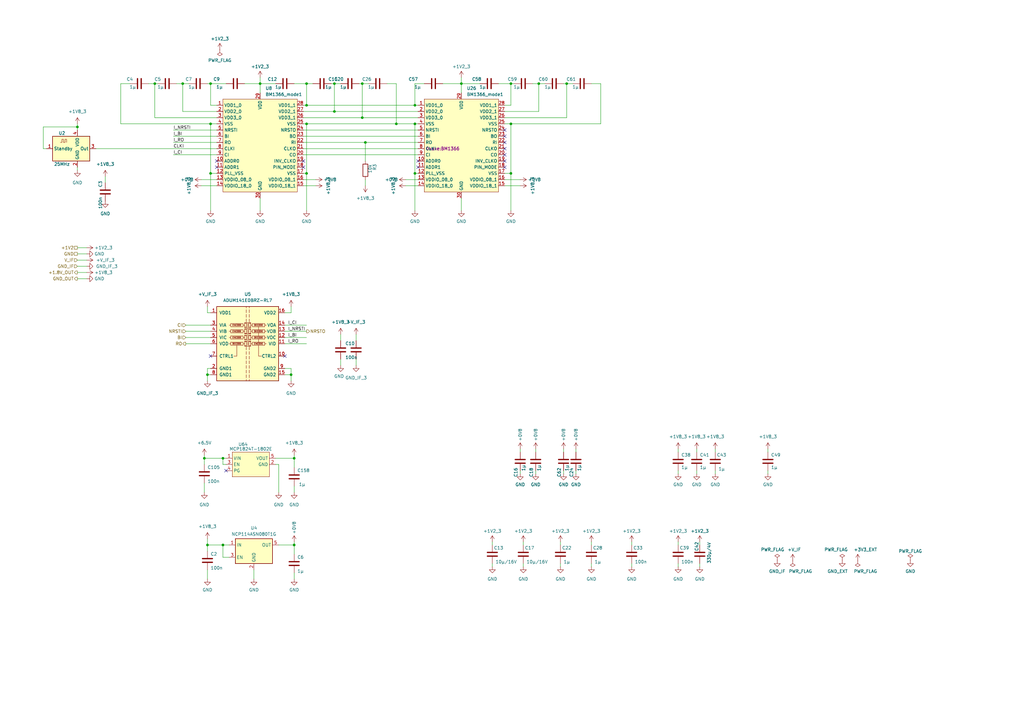
<source format=kicad_sch>
(kicad_sch (version 20231120) (generator "eeschema") (generator_version "8.0")
  (paper "A3")
  (lib_symbols
    (symbol "Device:C" (pin_numbers hide) (pin_names (offset 0.254))
      (property "Reference" "C" (at 0.635 2.54 0))
      (property "Value" "C" (at 0.635 -2.54 0))
      (symbol "C_1_1"
        (pin passive line (at 0 3.81 270) (length 2.794) (name "~") (number "1"))
        (pin passive line (at 0 -3.81 90) (length 2.794) (name "~") (number "2"))
      )
    )
    (symbol "Device:R" (pin_numbers hide) (pin_names (offset 0))
      (property "Reference" "R" (at 2.032 0 90))
      (property "Value" "R" (at 0 0 90))
      (symbol "R_1_1"
        (pin passive line (at 0 3.81 270) (length 1.27) (name "~") (number "1"))
        (pin passive line (at 0 -3.81 90) (length 1.27) (name "~") (number "2"))
      )
    )
    (symbol "GND_1" (power) (pin_names (offset 0))
      (property "Value" "GND_1" (at 0 -3.81 0))
      (symbol "GND_1_1_1"
        (pin power_in line (at 0 0 270) (length 0) hide (name "GND") (number "1"))
      )
    )
    (symbol "GND_2" (power) (pin_names (offset 0))
      (property "Value" "GND_2" (at 0 -3.81 0))
      (symbol "GND_2_1_1"
        (pin power_in line (at 0 0 270) (length 0) hide (name "GND") (number "1"))
      )
    )
    (symbol "GND_3" (power) (pin_names (offset 0))
      (property "Value" "GND_3" (at 0 -3.81 0))
      (symbol "GND_3_1_1"
        (pin power_in line (at 0 0 270) (length 0) hide (name "GND") (number "1"))
      )
    )
    (symbol "GND_5" (power) (pin_names (offset 0))
      (property "Value" "GND_5" (at 0 -3.81 0))
      (symbol "GND_5_1_1"
        (pin power_in line (at 0 0 270) (length 0) hide (name "GND") (number "1"))
      )
    )
    (symbol "GND_7" (power) (pin_names (offset 0))
      (property "Value" "GND_7" (at 0 -3.81 0))
      (symbol "GND_7_1_1"
        (pin power_in line (at 0 0 270) (length 0) hide (name "GND") (number "1"))
      )
    )
    (symbol "GND_8" (power) (pin_names (offset 0))
      (property "Value" "GND_8" (at 0 -3.81 0))
      (symbol "GND_8_1_1"
        (pin power_in line (at 0 0 270) (length 0) hide (name "GND") (number "1"))
      )
    )
    (symbol "Isolator:ADuM1411" (pin_names (offset 1.016))
      (property "Reference" "U" (at 0 19.05 0))
      (property "Value" "ADuM1411" (at 0 16.51 0))
      (symbol "ADuM1411_0_0"
        (text "DECODE" (at -4.445 0 0) (effects (font (size 0.635 0.635))))
        (text "DECODE" (at 4.445 2.54 0) (effects (font (size 0.635 0.635))))
        (text "DECODE" (at 4.445 5.08 0) (effects (font (size 0.635 0.635))))
        (text "DECODE" (at 4.445 7.62 0) (effects (font (size 0.635 0.635))))
        (text "ENCODE" (at -4.445 2.54 0) (effects (font (size 0.635 0.635))))
        (text "ENCODE" (at -4.445 5.08 0) (effects (font (size 0.635 0.635))))
        (text "ENCODE" (at -4.445 7.62 0) (effects (font (size 0.635 0.635))))
        (text "ENCODE" (at 4.445 0 0) (effects (font (size 0.635 0.635))))
      )
      (symbol "ADuM1411_1_1"
        (pin power_in line (at -15.24 12.7 0) (length 2.54) (name "VDD1") (number "1"))
        (pin input line (at 15.24 -5.08 180) (length 2.54) (name "CTRL2") (number "10"))
        (pin input line (at 15.24 0 180) (length 2.54) (name "VID") (number "11"))
        (pin output line (at 15.24 2.54 180) (length 2.54) (name "VOC") (number "12"))
        (pin output line (at 15.24 5.08 180) (length 2.54) (name "VOB") (number "13"))
        (pin output line (at 15.24 7.62 180) (length 2.54) (name "VOA") (number "14"))
        (pin power_in line (at 15.24 -12.7 180) (length 2.54) (name "GND2") (number "15"))
        (pin power_in line (at 15.24 12.7 180) (length 2.54) (name "VDD2") (number "16"))
        (pin power_in line (at -15.24 -10.16 0) (length 2.54) (name "GND1") (number "2"))
        (pin input line (at -15.24 7.62 0) (length 2.54) (name "VIA") (number "3"))
        (pin input line (at -15.24 5.08 0) (length 2.54) (name "VIB") (number "4"))
        (pin input line (at -15.24 2.54 0) (length 2.54) (name "VIC") (number "5"))
        (pin output line (at -15.24 0 0) (length 2.54) (name "VOD") (number "6"))
        (pin input line (at -15.24 -5.08 0) (length 2.54) (name "CTRL1") (number "7"))
        (pin power_in line (at -15.24 -12.7 0) (length 2.54) (name "GND1") (number "8"))
        (pin power_in line (at 15.24 -10.16 180) (length 2.54) (name "GND2") (number "9"))
      )
    )
    (symbol "Oscillator:ASDMB-xxxMHz"
      (property "Reference" "U" (at -6.35 6.35 0))
      (property "Value" "ASDMB-xxxMHz" (at 11.43 6.35 0))
      (symbol "ASDMB-xxxMHz_1_1"
        (pin input line (at -10.16 0 0) (length 2.54) (name "Standby") (number "1"))
        (pin power_in line (at 2.54 -7.62 90) (length 2.54) (name "GND") (number "2"))
        (pin output line (at 10.16 0 180) (length 2.54) (name "Out") (number "3"))
        (pin power_in line (at 2.54 7.62 270) (length 2.54) (name "VDD") (number "4"))
      )
    )
    (symbol "bitaxe:MCP1824"
      (property "Reference" "U7" (at -3.175 6.985 0))
      (property "Value" "MCP1824T-1802E" (at 0 5.08 0))
      (symbol "MCP1824_1_0"
        (pin power_in line (at -10.16 1.27 0) (length 2.54) (name "VIN") (number "1"))
        (pin power_in line (at 10.16 -1.27 180) (length 2.54) (name "GND") (number "2"))
        (pin input line (at -10.16 -1.27 0) (length 2.54) (name "EN") (number "3"))
        (pin bidirectional line (at -10.16 -3.81 0) (length 2.54) (name "PG") (number "4"))
        (pin power_out line (at 10.16 1.27 180) (length 2.54) (name "VOUT") (number "5"))
      )
    )
    (symbol "mylib7:+0V8_3" (in_bom no) (on_board no)
      (property "Value" "+0V8" (at 0 3.175 90))
      (symbol "+0V8_3_1_1"
        (pin power_in line (at 0 0 90) (length 0) hide (name "+0V8_3") (number "1"))
      )
    )
    (symbol "mylib7:+1V2_3" (power) (pin_names (offset 0))
      (property "Value" "+1V2_3" (at 0 4.445 0))
      (symbol "+1V2_3_1_1"
        (pin power_in line (at 0 0 90) (length 0) hide (name "+1V2_3") (number "1"))
      )
    )
    (symbol "mylib7:+1V8_3" (power) (pin_names (offset 0))
      (property "Value" "+1V8_3" (at 0 5.08 0))
      (symbol "+1V8_3_1_1"
        (pin power_in line (at 0 0 90) (length 0) hide (name "+1V8_3") (number "1"))
      )
    )
    (symbol "mylib7:+3V3_EXT" (power) (pin_names (offset 0))
      (property "Value" "+3V3_EXT" (at 0 4.445 0))
      (symbol "+3V3_EXT_1_1"
        (pin power_in line (at 0 0 90) (length 0) hide (name "+3V3_EXT") (number "1"))
      )
    )
    (symbol "mylib7:+6.5V" (power) (pin_names (offset 0))
      (property "Value" "+6.5V" (at 0 4.445 0))
      (symbol "+6.5V_1_1"
        (pin power_in line (at 0 0 90) (length 0) hide (name "+5V") (number "1"))
      )
    )
    (symbol "mylib7:+V_IF" (power) (pin_names (offset 0))
      (property "Value" "+V_IF" (at 0 5.08 0))
      (symbol "+V_IF_1_1"
        (pin power_in line (at 0 0 90) (length 0) hide (name "+V_IF") (number "1"))
      )
    )
    (symbol "mylib7:+V_IF_3" (power) (pin_names (offset 0))
      (property "Value" "+V_IF_3" (at 0 5.08 0))
      (symbol "+V_IF_3_1_1"
        (pin power_in line (at 0 0 90) (length 0) hide (name "+V_IF_2") (number "1"))
      )
    )
    (symbol "mylib7:BM1366_mode1"
      (property "Reference" "U8" (at 1.9559 24.13 0))
      (property "Value" "BM1366_mode1" (at 1.9559 21.59 0))
      (symbol "BM1366_mode1_1_1"
        (pin input line (at -17.78 17.78 0) (length 2.54) (name "VDD1_0") (number "1"))
        (pin input line (at -17.78 -5.08 0) (length 2.54) (name "ADDR0") (number "10"))
        (pin input line (at -17.78 -7.62 0) (length 2.54) (name "ADDR1") (number "11"))
        (pin power_in line (at -17.78 -10.16 0) (length 2.54) (name "PLL_VSS") (number "12"))
        (pin power_in line (at -17.78 -12.7 0) (length 2.54) (name "VDDIO_08_0") (number "13"))
        (pin power_in line (at -17.78 -15.24 0) (length 2.54) (name "VDDIO_18_0") (number "14"))
        (pin power_in line (at 17.78 -15.24 180) (length 2.54) (name "VDDIO_18_1") (number "15"))
        (pin power_in line (at 17.78 -12.7 180) (length 2.54) (name "VDDIO_08_1") (number "16"))
        (pin power_in line (at 17.78 -10.16 180) (length 2.54) (name "VSS") (number "17"))
        (pin input line (at 17.78 -7.62 180) (length 2.54) (name "PIN_MODE") (number "18"))
        (pin input line (at 17.78 -5.08 180) (length 2.54) (name "INV_CLKO") (number "19"))
        (pin input line (at -17.78 15.24 0) (length 2.54) (name "VDD2_0") (number "2"))
        (pin output line (at 17.78 -2.54 180) (length 2.54) (name "CO") (number "20"))
        (pin output line (at 17.78 0 180) (length 2.54) (name "CLKO") (number "21"))
        (pin input line (at 17.78 2.54 180) (length 2.54) (name "RI") (number "22"))
        (pin output line (at 17.78 5.08 180) (length 2.54) (name "BO") (number "23"))
        (pin output line (at 17.78 7.62 180) (length 2.54) (name "NRSTO") (number "24"))
        (pin input line (at 17.78 10.16 180) (length 2.54) (name "VSS") (number "25"))
        (pin input line (at 17.78 12.7 180) (length 2.54) (name "VDD3_1") (number "26"))
        (pin input line (at 17.78 15.24 180) (length 2.54) (name "VDD2_1") (number "27"))
        (pin input line (at 17.78 17.78 180) (length 2.54) (name "VDD1_1") (number "28"))
        (pin power_in line (at 0 22.86 270) (length 2.54) (name "VDD") (number "29"))
        (pin input line (at -17.78 12.7 0) (length 2.54) (name "VDD3_0") (number "3"))
        (pin power_in line (at 0 -20.32 90) (length 2.54) (name "GND") (number "30"))
        (pin input line (at -17.78 10.16 0) (length 2.54) (name "VSS") (number "4"))
        (pin input line (at -17.78 7.62 0) (length 2.54) (name "NRSTI") (number "5"))
        (pin input line (at -17.78 5.08 0) (length 2.54) (name "BI") (number "6"))
        (pin output line (at -17.78 2.54 0) (length 2.54) (name "RO") (number "7"))
        (pin input line (at -17.78 0 0) (length 2.54) (name "CLKI") (number "8"))
        (pin input line (at -17.78 -2.54 0) (length 2.54) (name "CI") (number "9"))
      )
    )
    (symbol "mylib7:GND_EXT" (power) (pin_names (offset 0))
      (property "Value" "GND_EXT" (at 0 -5.08 0))
      (symbol "GND_EXT_1_1"
        (pin power_in line (at 0 0 270) (length 0) hide (name "GND_EXT") (number "1"))
      )
    )
    (symbol "mylib7:GND_IF" (power) (pin_names (offset 0))
      (property "Value" "GND_IF" (at 0 -5.08 0))
      (symbol "GND_IF_1_1"
        (pin power_in line (at 0 0 270) (length 0) hide (name "GND_IF") (number "1"))
      )
    )
    (symbol "mylib7:GND_IF_3" (power) (pin_names (offset 0))
      (property "Value" "GND_IF_3" (at 0 -5.08 0))
      (symbol "GND_IF_3_1_1"
        (pin power_in line (at 0 0 270) (length 0) hide (name "GND_IF_2") (number "1"))
      )
    )
    (symbol "mylib7:NCP114-SN"
      (property "Reference" "U4" (at 0 9.525 0))
      (property "Value" "NCP115-SN" (at 0 6.985 0))
      (symbol "NCP114-SN_1_1"
        (pin power_in line (at -10.16 2.54 0) (length 2.54) (name "IN") (number "1"))
        (pin power_in line (at 0 -7.62 90) (length 2.54) (name "GND") (number "2"))
        (pin input line (at -10.16 -2.54 0) (length 2.54) (name "EN") (number "3"))
        (pin power_out line (at 10.16 2.54 180) (length 2.54) (name "OUT") (number "5"))
      )
    )
    (symbol "power:GND" (power) (pin_names (offset 0))
      (property "Value" "GND" (at 0 -3.81 0))
      (symbol "GND_1_1"
        (pin power_in line (at 0 0 270) (length 0) hide (name "GND") (number "1"))
      )
    )
    (symbol "power:PWR_FLAG" (power) (pin_numbers hide) (pin_names (offset 0) hide)
      (property "Value" "PWR_FLAG" (at 0 3.81 0))
      (symbol "PWR_FLAG_0_0"
        (pin power_out line (at 0 0 90) (length 0) (name "pwr") (number "1"))
      )
    )
  )
  (junction (at 86.36 34.29))
  (junction (at 170.18 50.8))
  (junction (at 85.09 223.52) (diameter 0.9144))
  (junction (at 170.18 71.12))
  (junction (at 86.36 71.12))
  (junction (at 85.09 153.67))
  (junction (at 120.65 223.52) (diameter 0.9144))
  (junction (at 209.55 50.8))
  (junction (at 120.65 187.96))
  (junction (at 125.73 50.8))
  (junction (at 86.36 50.8))
  (junction (at 74.93 34.29))
  (junction (at 148.59 34.29))
  (junction (at 63.5 34.29))
  (junction (at 149.86 58.42))
  (junction (at 137.16 34.29))
  (junction (at 125.73 43.18))
  (junction (at 91.44 223.52))
  (junction (at 148.59 48.26))
  (junction (at 189.23 34.29))
  (junction (at 137.16 45.72))
  (junction (at 91.44 187.96))
  (junction (at 106.68 34.29))
  (junction (at 119.38 153.67))
  (junction (at 209.55 34.29))
  (junction (at 162.56 50.8))
  (junction (at 83.82 187.96) (diameter 0.9144))
  (junction (at 220.98 34.29))
  (junction (at 232.41 34.29))
  (junction (at 125.73 71.12))
  (junction (at 209.55 71.12))
  (junction (at 31.75 52.07))
  (junction (at 170.18 43.18))
  (junction (at 125.73 34.29))
  (no_connect (at 86.36 146.05))
  (no_connect (at 207.01 68.58))
  (no_connect (at 207.01 63.5))
  (no_connect (at 92.71 193.04))
  (no_connect (at 116.84 146.05))
  (no_connect (at 88.9 68.58))
  (no_connect (at 207.01 60.96))
  (no_connect (at 207.01 58.42))
  (no_connect (at 207.01 55.88))
  (no_connect (at 207.01 66.04))
  (no_connect (at 171.45 66.04))
  (no_connect (at 124.46 66.04))
  (no_connect (at 171.45 68.58))
  (no_connect (at 124.46 68.58))
  (no_connect (at 207.01 53.34))
  (no_connect (at 88.9 66.04))
  (wire (pts (xy 213.36 184.15) (xy 213.36 185.42)))
  (wire (pts (xy 93.98 228.6) (xy 91.44 228.6)))
  (wire (pts (xy 74.93 45.72) (xy 88.9 45.72)))
  (wire (pts (xy 86.36 135.89) (xy 76.2 135.89)))
  (wire (pts (xy 236.22 193.04) (xy 236.22 194.31)))
  (wire (pts (xy 170.18 34.29) (xy 173.99 34.29)))
  (wire (pts (xy 86.36 50.8) (xy 86.36 71.12)))
  (wire (pts (xy 71.12 63.5) (xy 88.9 63.5)))
  (wire (pts (xy 189.23 34.29) (xy 189.23 38.1)))
  (wire (pts (xy 229.87 222.25) (xy 229.87 223.52)))
  (wire (pts (xy 209.55 50.8) (xy 209.55 71.12)))
  (wire (pts (xy 49.53 50.8) (xy 49.53 34.29)))
  (wire (pts (xy 91.44 190.5) (xy 92.71 190.5)))
  (wire (pts (xy 146.05 147.32) (xy 146.05 149.86)))
  (wire (pts (xy 220.98 45.72) (xy 220.98 34.29)))
  (wire (pts (xy 287.02 231.14) (xy 287.02 232.41)))
  (wire (pts (xy 125.73 50.8) (xy 125.73 71.12)))
  (wire (pts (xy 85.09 34.29) (xy 86.36 34.29)))
  (wire (pts (xy 214.63 222.25) (xy 214.63 223.52)))
  (wire (pts (xy 166.37 73.66) (xy 171.45 73.66)))
  (wire (pts (xy 293.37 193.04) (xy 293.37 194.31)))
  (wire (pts (xy 207.01 71.12) (xy 209.55 71.12)))
  (wire (pts (xy 149.86 73.66) (xy 149.86 76.2)))
  (wire (pts (xy 231.14 193.04) (xy 231.14 194.31)))
  (wire (pts (xy 231.14 34.29) (xy 232.41 34.29)))
  (wire (pts (xy 76.2 138.43) (xy 86.36 138.43)))
  (wire (pts (xy 242.57 231.14) (xy 242.57 232.41)))
  (wire (pts (xy 85.09 233.68) (xy 85.09 237.49)))
  (wire (pts (xy 124.46 76.2) (xy 129.54 76.2)))
  (wire (pts (xy 86.36 43.18) (xy 88.9 43.18)))
  (wire (pts (xy 201.93 222.25) (xy 201.93 223.52)))
  (wire (pts (xy 189.23 34.29) (xy 196.85 34.29)))
  (wire (pts (xy 219.71 193.04) (xy 219.71 194.31)))
  (wire (pts (xy 74.93 45.72) (xy 74.93 34.29)))
  (wire (pts (xy 31.75 52.07) (xy 31.75 53.34)))
  (wire (pts (xy 106.68 81.28) (xy 106.68 86.36)))
  (wire (pts (xy 125.73 133.35) (xy 116.84 133.35)))
  (wire (pts (xy 86.36 50.8) (xy 49.53 50.8)))
  (wire (pts (xy 63.5 48.26) (xy 88.9 48.26)))
  (wire (pts (xy 285.75 193.04) (xy 285.75 194.31)))
  (wire (pts (xy 125.73 71.12) (xy 125.73 86.36)))
  (wire (pts (xy 85.09 151.13) (xy 85.09 153.67)))
  (wire (pts (xy 124.46 48.26) (xy 148.59 48.26)))
  (wire (pts (xy 91.44 223.52) (xy 91.44 228.6)))
  (wire (pts (xy 116.84 138.43) (xy 125.73 138.43)))
  (wire (pts (xy 74.93 34.29) (xy 77.47 34.29)))
  (wire (pts (xy 232.41 34.29) (xy 234.95 34.29)))
  (wire (pts (xy 149.86 58.42) (xy 171.45 58.42)))
  (wire (pts (xy 148.59 48.26) (xy 171.45 48.26)))
  (wire (pts (xy 148.59 34.29) (xy 151.13 34.29)))
  (wire (pts (xy 86.36 133.35) (xy 76.2 133.35)))
  (wire (pts (xy 120.65 223.52) (xy 120.65 227.33)))
  (wire (pts (xy 91.44 223.52) (xy 93.98 223.52)))
  (wire (pts (xy 293.37 184.15) (xy 293.37 185.42)))
  (wire (pts (xy 86.36 34.29) (xy 92.71 34.29)))
  (wire (pts (xy 116.84 151.13) (xy 119.38 151.13)))
  (wire (pts (xy 31.75 50.8) (xy 31.75 52.07)))
  (wire (pts (xy 85.09 128.27) (xy 85.09 125.73)))
  (wire (pts (xy 209.55 50.8) (xy 246.38 50.8)))
  (wire (pts (xy 72.39 34.29) (xy 74.93 34.29)))
  (wire (pts (xy 124.46 63.5) (xy 171.45 63.5)))
  (wire (pts (xy 209.55 34.29) (xy 210.82 34.29)))
  (wire (pts (xy 220.98 34.29) (xy 223.52 34.29)))
  (wire (pts (xy 278.13 193.04) (xy 278.13 194.31)))
  (wire (pts (xy 181.61 34.29) (xy 189.23 34.29)))
  (wire (pts (xy 104.14 233.68) (xy 104.14 237.49)))
  (wire (pts (xy 170.18 34.29) (xy 170.18 43.18)))
  (wire (pts (xy 207.01 50.8) (xy 209.55 50.8)))
  (wire (pts (xy 146.05 137.16) (xy 146.05 139.7)))
  (wire (pts (xy 86.36 151.13) (xy 85.09 151.13)))
  (wire (pts (xy 120.65 222.25) (xy 120.65 223.52)))
  (wire (pts (xy 259.08 231.14) (xy 259.08 232.41)))
  (wire (pts (xy 100.33 34.29) (xy 106.68 34.29)))
  (wire (pts (xy 189.23 31.75) (xy 189.23 34.29)))
  (wire (pts (xy 287.02 222.25) (xy 287.02 223.52)))
  (wire (pts (xy 125.73 50.8) (xy 162.56 50.8)))
  (wire (pts (xy 166.37 76.2) (xy 171.45 76.2)))
  (wire (pts (xy 31.75 101.6) (xy 35.56 101.6)))
  (wire (pts (xy 120.65 199.39) (xy 120.65 201.93)))
  (wire (pts (xy 207.01 43.18) (xy 209.55 43.18)))
  (wire (pts (xy 120.65 34.29) (xy 125.73 34.29)))
  (wire (pts (xy 116.84 128.27) (xy 119.38 128.27)))
  (wire (pts (xy 124.46 55.88) (xy 171.45 55.88)))
  (wire (pts (xy 71.12 58.42) (xy 88.9 58.42)))
  (wire (pts (xy 125.73 135.89) (xy 116.84 135.89)))
  (wire (pts (xy 207.01 73.66) (xy 213.36 73.66)))
  (wire (pts (xy 86.36 128.27) (xy 85.09 128.27)))
  (wire (pts (xy 124.46 43.18) (xy 125.73 43.18)))
  (wire (pts (xy 85.09 223.52) (xy 85.09 226.06)))
  (wire (pts (xy 91.44 190.5) (xy 91.44 187.96)))
  (wire (pts (xy 204.47 34.29) (xy 209.55 34.29)))
  (wire (pts (xy 71.12 55.88) (xy 88.9 55.88)))
  (wire (pts (xy 285.75 185.42) (xy 285.75 184.15)))
  (wire (pts (xy 31.75 114.3) (xy 35.56 114.3)))
  (wire (pts (xy 114.3 190.5) (xy 114.3 201.93)))
  (wire (pts (xy 137.16 45.72) (xy 137.16 34.29)))
  (wire (pts (xy 124.46 50.8) (xy 125.73 50.8)))
  (wire (pts (xy 170.18 50.8) (xy 170.18 71.12)))
  (wire (pts (xy 207.01 76.2) (xy 213.36 76.2)))
  (wire (pts (xy 119.38 128.27) (xy 119.38 125.73)))
  (wire (pts (xy 88.9 50.8) (xy 86.36 50.8)))
  (wire (pts (xy 124.46 58.42) (xy 149.86 58.42)))
  (wire (pts (xy 125.73 43.18) (xy 170.18 43.18)))
  (wire (pts (xy 106.68 34.29) (xy 113.03 34.29)))
  (wire (pts (xy 170.18 43.18) (xy 171.45 43.18)))
  (wire (pts (xy 125.73 140.97) (xy 116.84 140.97)))
  (wire (pts (xy 149.86 58.42) (xy 149.86 66.04)))
  (wire (pts (xy 86.36 71.12) (xy 86.36 86.36)))
  (wire (pts (xy 119.38 151.13) (xy 119.38 153.67)))
  (wire (pts (xy 201.93 231.14) (xy 201.93 232.41)))
  (wire (pts (xy 231.14 184.15) (xy 231.14 185.42)))
  (wire (pts (xy 91.44 187.96) (xy 92.71 187.96)))
  (wire (pts (xy 124.46 73.66) (xy 129.54 73.66)))
  (wire (pts (xy 229.87 231.14) (xy 229.87 232.41)))
  (wire (pts (xy 82.55 76.2) (xy 88.9 76.2)))
  (wire (pts (xy 120.65 187.96) (xy 120.65 191.77)))
  (wire (pts (xy 85.09 220.98) (xy 85.09 223.52)))
  (wire (pts (xy 218.44 34.29) (xy 220.98 34.29)))
  (wire (pts (xy 242.57 222.25) (xy 242.57 223.52)))
  (wire (pts (xy 162.56 50.8) (xy 162.56 34.29)))
  (wire (pts (xy 314.96 185.42) (xy 314.96 184.15)))
  (wire (pts (xy 170.18 71.12) (xy 170.18 86.36)))
  (wire (pts (xy 171.45 50.8) (xy 170.18 50.8)))
  (wire (pts (xy 209.55 71.12) (xy 209.55 86.36)))
  (wire (pts (xy 124.46 60.96) (xy 171.45 60.96)))
  (wire (pts (xy 31.75 52.07) (xy 17.78 52.07)))
  (wire (pts (xy 49.53 34.29) (xy 53.34 34.29)))
  (wire (pts (xy 119.38 153.67) (xy 116.84 153.67)))
  (wire (pts (xy 85.09 223.52) (xy 91.44 223.52)))
  (wire (pts (xy 148.59 48.26) (xy 148.59 34.29)))
  (wire (pts (xy 139.7 137.16) (xy 139.7 139.7)))
  (wire (pts (xy 106.68 31.75) (xy 106.68 34.29)))
  (wire (pts (xy 236.22 184.15) (xy 236.22 185.42)))
  (wire (pts (xy 17.78 60.96) (xy 19.05 60.96)))
  (wire (pts (xy 86.36 71.12) (xy 88.9 71.12)))
  (wire (pts (xy 31.75 104.14) (xy 35.56 104.14)))
  (wire (pts (xy 246.38 50.8) (xy 246.38 34.29)))
  (wire (pts (xy 85.09 153.67) (xy 85.09 156.21)))
  (wire (pts (xy 147.32 34.29) (xy 148.59 34.29)))
  (wire (pts (xy 114.3 190.5) (xy 113.03 190.5)))
  (wire (pts (xy 63.5 48.26) (xy 63.5 34.29)))
  (wire (pts (xy 120.65 234.95) (xy 120.65 237.49)))
  (wire (pts (xy 219.71 184.15) (xy 219.71 185.42)))
  (wire (pts (xy 31.75 106.68) (xy 35.56 106.68)))
  (wire (pts (xy 232.41 48.26) (xy 232.41 34.29)))
  (wire (pts (xy 63.5 34.29) (xy 64.77 34.29)))
  (wire (pts (xy 120.65 186.69) (xy 120.65 187.96)))
  (wire (pts (xy 189.23 81.28) (xy 189.23 86.36)))
  (wire (pts (xy 82.55 73.66) (xy 88.9 73.66)))
  (wire (pts (xy 86.36 153.67) (xy 85.09 153.67)))
  (wire (pts (xy 259.08 222.25) (xy 259.08 223.52)))
  (wire (pts (xy 113.03 187.96) (xy 120.65 187.96)))
  (wire (pts (xy 86.36 34.29) (xy 86.36 43.18)))
  (wire (pts (xy 135.89 34.29) (xy 137.16 34.29)))
  (wire (pts (xy 207.01 48.26) (xy 232.41 48.26)))
  (wire (pts (xy 31.75 109.22) (xy 35.56 109.22)))
  (wire (pts (xy 125.73 34.29) (xy 128.27 34.29)))
  (wire (pts (xy 137.16 45.72) (xy 171.45 45.72)))
  (wire (pts (xy 83.82 198.12) (xy 83.82 201.93)))
  (wire (pts (xy 60.96 34.29) (xy 63.5 34.29)))
  (wire (pts (xy 314.96 193.04) (xy 314.96 194.31)))
  (wire (pts (xy 39.37 60.96) (xy 88.9 60.96)))
  (wire (pts (xy 124.46 53.34) (xy 171.45 53.34)))
  (wire (pts (xy 17.78 52.07) (xy 17.78 60.96)))
  (wire (pts (xy 170.18 71.12) (xy 171.45 71.12)))
  (wire (pts (xy 71.12 53.34) (xy 88.9 53.34)))
  (wire (pts (xy 31.75 68.58) (xy 31.75 69.85)))
  (wire (pts (xy 83.82 186.69) (xy 83.82 187.96)))
  (wire (pts (xy 162.56 34.29) (xy 158.75 34.29)))
  (wire (pts (xy 114.3 223.52) (xy 120.65 223.52)))
  (wire (pts (xy 83.82 187.96) (xy 83.82 190.5)))
  (wire (pts (xy 125.73 43.18) (xy 125.73 34.29)))
  (wire (pts (xy 119.38 153.67) (xy 119.38 156.21)))
  (wire (pts (xy 31.75 111.76) (xy 35.56 111.76)))
  (wire (pts (xy 213.36 193.04) (xy 213.36 194.31)))
  (wire (pts (xy 106.68 34.29) (xy 106.68 38.1)))
  (wire (pts (xy 43.18 72.39) (xy 43.18 74.93)))
  (wire (pts (xy 207.01 45.72) (xy 220.98 45.72)))
  (wire (pts (xy 278.13 185.42) (xy 278.13 184.15)))
  (wire (pts (xy 83.82 187.96) (xy 91.44 187.96)))
  (wire (pts (xy 124.46 45.72) (xy 137.16 45.72)))
  (wire (pts (xy 86.36 140.97) (xy 76.2 140.97)))
  (wire (pts (xy 209.55 43.18) (xy 209.55 34.29)))
  (wire (pts (xy 278.13 231.14) (xy 278.13 232.41)))
  (wire (pts (xy 124.46 71.12) (xy 125.73 71.12)))
  (wire (pts (xy 137.16 34.29) (xy 139.7 34.29)))
  (wire (pts (xy 139.7 147.32) (xy 139.7 149.86)))
  (wire (pts (xy 246.38 34.29) (xy 242.57 34.29)))
  (wire (pts (xy 214.63 231.14) (xy 214.63 232.41)))
  (wire (pts (xy 278.13 222.25) (xy 278.13 223.52)))
  (wire (pts (xy 162.56 50.8) (xy 170.18 50.8)))
  (label "I_BI" (at 118.11 138.43 0))
  (label "I_NRSTI" (at 118.11 135.89 0))
  (label "I_NRSTI" (at 71.12 53.34 0))
  (label "I_CI" (at 118.11 133.35 0))
  (label "I_BI" (at 71.12 55.88 0))
  (label "CLKI" (at 71.12 60.96 0))
  (label "I_RO" (at 118.11 140.97 0))
  (label "I_RO" (at 71.12 58.42 0))
  (label "I_CI" (at 71.12 63.5 0))
  (hierarchical_label "GND_OUT" (shape output) (at 31.75 114.3 180))
  (hierarchical_label "NRSTI" (shape input) (at 76.2 135.89 180))
  (hierarchical_label "+1.8V_OUT" (shape output) (at 31.75 111.76 180))
  (hierarchical_label "V_IF" (shape input) (at 31.75 106.68 180))
  (hierarchical_label "GND_IF" (shape input) (at 31.75 109.22 180))
  (hierarchical_label "CI" (shape input) (at 76.2 133.35 180))
  (hierarchical_label "NRSTO" (shape output) (at 125.73 135.89 0))
  (hierarchical_label "RO" (shape output) (at 76.2 140.97 180))
  (hierarchical_label "BI" (shape input) (at 76.2 138.43 180))
  (hierarchical_label "GND" (shape passive) (at 31.75 104.14 180))
  (hierarchical_label "+1V2" (shape passive) (at 31.75 101.6 180))
  (symbol (lib_id "power:GND") (at 236.22 194.31 0) (mirror y) (unit 1)
    (property "Reference" "#PWR08049" (effects (hide yes)))
    (property "Value" "GND" (at 236.22 198.755 0))
  )
  (symbol (lib_id "power:GND") (at 278.13 194.31 0) (mirror y) (unit 1)
    (property "Reference" "#PWR08078" (effects (hide yes)))
    (property "Value" "GND" (at 278.13 198.755 0))
  )
  (symbol (lib_id "Device:C") (at 287.02 227.33 0) (unit 1)
    (property "Reference" "C42" (at 285.75 226.06 90) (effects (justify left)))
    (property "Value" "330µ/4V" (at 290.83 231.14 90) (effects (justify left)))
    (property "Footprint" "Capacitor_SMD:C_1210_3225Metric" (effects (hide yes)))
    (property "Distributor" "D" (effects (hide yes)))
    (property "Manufacturer" "GRM32ER60G337ME05K" (effects (hide yes)))
    (property "OrderNr" "490-GRM32ER60G337ME05KCT-ND" (effects (hide yes)))
  )
  (symbol (lib_id "power:GND") (at 219.71 194.31 0) (mirror y) (unit 1)
    (property "Reference" "#PWR08039" (effects (hide yes)))
    (property "Value" "GND" (at 219.71 198.755 0))
  )
  (symbol (lib_id "Device:C") (at 68.58 34.29 90) (unit 1)
    (property "Reference" "C5" (at 66.04 31.75 90) (effects (justify left bottom)))
    (property "Value" "1µ" (at 67.31 34.925 90) (effects (justify left bottom)))
    (property "Footprint" "Capacitor_SMD:C_0603_1608Metric" (effects (hide yes)))
    (property "Manufacturer" "CC0603KRX7R7BB105" (effects (hide yes)))
    (property "Distributor" "D" (effects (hide yes)))
    (property "OrderNr" "311-1446-1-ND" (effects (hide yes)))
  )
  (symbol (lib_id "Device:C") (at 314.96 189.23 0) (unit 1)
    (property "Reference" "C49" (at 316.23 187.325 0) (effects (justify left bottom)))
    (property "Value" "1µ" (at 316.23 192.405 0) (effects (justify left bottom)))
    (property "Footprint" "Capacitor_SMD:C_0603_1608Metric" (effects (hide yes)))
    (property "Manufacturer" "CC0603KRX7R7BB105" (effects (hide yes)))
    (property "Distributor" "D" (effects (hide yes)))
    (property "OrderNr" "311-1446-1-ND" (effects (hide yes)))
  )
  (symbol (lib_id "Device:C") (at 57.15 34.29 90) (unit 1)
    (property "Reference" "C4" (at 54.61 31.75 90) (effects (justify left bottom)))
    (property "Value" "1µ" (at 55.88 34.925 90) (effects (justify left bottom)))
    (property "Footprint" "Capacitor_SMD:C_0603_1608Metric" (effects (hide yes)))
    (property "Manufacturer" "CC0603KRX7R7BB105" (effects (hide yes)))
    (property "Distributor" "D" (effects (hide yes)))
    (property "OrderNr" "311-1446-1-ND" (effects (hide yes)))
  )
  (symbol (lib_id "mylib7:+0V8_3") (at 213.36 184.15 0) (unit 1) (in_bom no) (on_board no)
    (property "Reference" "U10" (effects (hide yes)))
    (property "Value" "+0V8" (at 213.36 180.975 90) (effects (justify left)))
    (property "Distributor" "-" (effects (hide yes)))
  )
  (symbol (lib_id "mylib7:+1V8_3") (at 35.56 111.76 270) (mirror x) (unit 1)
    (property "Reference" "#PWR08017" (effects (hide yes)))
    (property "Value" "+1V8_3" (at 38.735 111.76 90) (effects (justify left)))
  )
  (symbol (lib_id "mylib7:+0V8_3") (at 236.22 184.15 0) (unit 1) (in_bom no) (on_board no)
    (property "Reference" "U14" (effects (hide yes)))
    (property "Value" "+0V8" (at 236.22 180.975 90) (effects (justify left)))
    (property "Distributor" "-" (effects (hide yes)))
  )
  (symbol (lib_id "mylib7:+0V8_3") (at 219.71 184.15 0) (unit 1) (in_bom no) (on_board no)
    (property "Reference" "U11" (effects (hide yes)))
    (property "Value" "+0V8" (at 219.71 180.975 90) (effects (justify left)))
    (property "Distributor" "-" (effects (hide yes)))
  )
  (symbol (lib_id "mylib7:BM1366_mode1") (at 189.23 60.96 0) (unit 1)
    (property "Reference" "U26" (at 191.4241 36.195 0) (effects (justify left)))
    (property "Value" "BM1366_mode1" (at 191.4241 38.735 0) (effects (justify left)))
    (property "Footprint" "0xaxe:BM1366" (at 181.61 60.96 0))
    (property "Distributor" "-" (effects (hide yes)))
  )
  (symbol (lib_id "Device:C") (at 201.93 227.33 0) (unit 1)
    (property "Reference" "C13" (at 202.565 225.425 0) (effects (justify left bottom)))
    (property "Value" "10µ/16V" (at 203.2 231.14 0) (effects (justify left bottom)))
    (property "Footprint" "Capacitor_SMD:C_0603_1608Metric" (effects (hide yes)))
    (property "Manufacturer" "GRT188R61C106KE13D" (effects (hide yes)))
    (property "Distributor" "D" (effects (hide yes)))
    (property "OrderNr" "490-12317-1-ND" (effects (hide yes)))
  )
  (symbol (lib_id "power:PWR_FLAG") (at 318.77 229.87 0) (unit 1)
    (property "Reference" "#FLG08003" (effects (hide yes)))
    (property "Value" "PWR_FLAG" (at 316.865 225.425 0))
  )
  (symbol (lib_id "mylib7:GND_IF_3") (at 35.56 109.22 90) (unit 1)
    (property "Reference" "#PWR0372" (effects (hide yes)))
    (property "Value" "GND_IF_3" (at 39.37 109.2199 90) (effects (justify right)))
  )
  (symbol (lib_name "GND_7") (lib_id "power:GND") (at 259.08 232.41 0) (unit 1)
    (property "Reference" "#PWR08066" (effects (hide yes)))
    (property "Value" "GND" (at 259.08 237.49 0))
  )
  (symbol (lib_name "GND_3") (lib_id "power:GND") (at 31.75 69.85 0) (unit 1)
    (property "Reference" "#PWR08002" (effects (hide yes)))
    (property "Value" "GND" (at 31.75 74.93 0))
  )
  (symbol (lib_id "mylib7:+1V2_3") (at 287.02 222.25 0) (unit 1)
    (property "Reference" "#PWR08085" (effects (hide yes)))
    (property "Value" "+1V2_3" (at 287.02 217.805 0))
  )
  (symbol (lib_id "Device:C") (at 120.65 195.58 0) (unit 1)
    (property "Reference" "C158" (at 121.92 193.675 0) (effects (justify left bottom)))
    (property "Value" "1µ" (at 122.555 199.39 0) (effects (justify left bottom)))
    (property "Footprint" "Capacitor_SMD:C_0603_1608Metric" (effects (hide yes)))
    (property "Manufacturer" "CC0603KRX7R7BB105" (effects (hide yes)))
    (property "Distributor" "D" (effects (hide yes)))
    (property "OrderNr" "311-1446-1-ND" (effects (hide yes)))
  )
  (symbol (lib_id "mylib7:+6.5V") (at 83.82 186.69 0) (unit 1)
    (property "Reference" "#PWR0272" (effects (hide yes)))
    (property "Value" "+6.5V" (at 83.82 181.61 0))
  )
  (symbol (lib_id "Device:C") (at 238.76 34.29 90) (unit 1)
    (property "Reference" "C61" (at 236.22 31.75 90) (effects (justify left bottom)))
    (property "Value" "1µ" (at 237.49 34.925 90) (effects (justify left bottom)))
    (property "Footprint" "Capacitor_SMD:C_0603_1608Metric" (effects (hide yes)))
    (property "Manufacturer" "CC0603KRX7R7BB105" (effects (hide yes)))
    (property "Distributor" "D" (effects (hide yes)))
    (property "OrderNr" "311-1446-1-ND" (effects (hide yes)))
  )
  (symbol (lib_id "power:PWR_FLAG") (at 345.44 229.87 0) (unit 1)
    (property "Reference" "#FLG08005" (effects (hide yes)))
    (property "Value" "PWR_FLAG" (at 342.9 225.425 0))
  )
  (symbol (lib_id "Device:C") (at 285.75 189.23 0) (unit 1)
    (property "Reference" "C41" (at 287.02 187.325 0) (effects (justify left bottom)))
    (property "Value" "1µ" (at 287.02 192.405 0) (effects (justify left bottom)))
    (property "Footprint" "Capacitor_SMD:C_0603_1608Metric" (effects (hide yes)))
    (property "Manufacturer" "CC0603KRX7R7BB105" (effects (hide yes)))
    (property "Distributor" "D" (effects (hide yes)))
    (property "OrderNr" "311-1446-1-ND" (effects (hide yes)))
  )
  (symbol (lib_name "GND_1") (lib_id "power:GND") (at 35.56 114.3 90) (unit 1)
    (property "Reference" "#PWR08018" (effects (hide yes)))
    (property "Value" "GND" (at 38.735 114.3 90) (effects (justify right)))
  )
  (symbol (lib_id "power:GND") (at 120.65 237.49 0) (mirror y) (unit 1)
    (property "Reference" "#PWR08014" (effects (hide yes)))
    (property "Value" "GND" (at 120.65 241.935 0))
  )
  (symbol (lib_id "mylib7:+1V2_3") (at 106.68 31.75 0) (unit 1)
    (property "Reference" "#PWR08024" (effects (hide yes)))
    (property "Value" "+1V2_3" (at 106.68 27.305 0))
  )
  (symbol (lib_id "mylib7:+V_IF_3") (at 146.05 137.16 0) (unit 1)
    (property "Reference" "#PWR0338" (effects (hide yes)))
    (property "Value" "+V_IF_3" (at 146.05 132.08 0))
  )
  (symbol (lib_id "mylib7:+1V8_3") (at 285.75 184.15 0) (unit 1)
    (property "Reference" "#PWR08083" (effects (hide yes)))
    (property "Value" "+1V8_3" (at 285.75 179.07 0))
  )
  (symbol (lib_id "mylib7:NCP114-SN") (at 104.14 226.06 0) (unit 1)
    (property "Reference" "U4" (at 104.14 216.535 0))
    (property "Value" "NCP114ASN080T1G" (at 104.14 219.075 0))
    (property "Footprint" "Package_TO_SOT_SMD:SOT-23-5" (effects (hide yes)))
    (property "Distributor" "D" (effects (hide yes)))
    (property "Manufacturer" "NCP114ASN080T1G" (effects (hide yes)))
    (property "OrderNr" "488-NCP114ASN080T1GCT-ND" (effects (hide yes)))
  )
  (symbol (lib_id "mylib7:+V_IF_3") (at 85.09 125.73 0) (unit 1)
    (property "Reference" "#PWR0337" (effects (hide yes)))
    (property "Value" "+V_IF_3" (at 85.09 120.65 0))
  )
  (symbol (lib_id "mylib7:+1V2_3") (at 214.63 222.25 0) (unit 1)
    (property "Reference" "#PWR08037" (effects (hide yes)))
    (property "Value" "+1V2_3" (at 214.63 217.805 0))
  )
  (symbol (lib_id "mylib7:+1V8_3") (at 166.37 76.2 90) (unit 1)
    (property "Reference" "#PWR08118" (effects (hide yes)))
    (property "Value" "+1V8_3" (at 161.29 76.2 0))
  )
  (symbol (lib_name "GND_7") (lib_id "power:GND") (at 229.87 232.41 0) (unit 1)
    (property "Reference" "#PWR08045" (effects (hide yes)))
    (property "Value" "GND" (at 229.87 237.49 0))
  )
  (symbol (lib_id "power:GND") (at 293.37 194.31 0) (mirror y) (unit 1)
    (property "Reference" "#PWR08090" (effects (hide yes)))
    (property "Value" "GND" (at 293.37 198.755 0))
  )
  (symbol (lib_id "mylib7:+1V8_3") (at 120.65 186.69 0) (unit 1)
    (property "Reference" "#PWR0386" (effects (hide yes)))
    (property "Value" "+1V8_3" (at 120.65 181.61 0))
  )
  (symbol (lib_id "power:GND") (at 170.18 86.36 0) (mirror y) (unit 1)
    (property "Reference" "#PWR08119" (effects (hide yes)))
    (property "Value" "GND" (at 170.18 90.805 0))
  )
  (symbol (lib_name "GND_8") (lib_id "power:GND") (at 373.38 229.87 0) (unit 1)
    (property "Reference" "#PWR08110" (effects (hide yes)))
    (property "Value" "GND" (at 373.38 234.315 0))
  )
  (symbol (lib_id "mylib7:+1V2_3") (at 35.56 101.6 270) (unit 1)
    (property "Reference" "#PWR08024" (effects (hide yes)))
    (property "Value" "+1V2_3" (at 38.735 101.6 90) (effects (justify left)))
  )
  (symbol (lib_id "Device:C") (at 177.8 34.29 90) (unit 1)
    (property "Reference" "C57" (at 171.45 31.75 90) (effects (justify left bottom)))
    (property "Value" "1µ" (at 172.72 34.925 90) (effects (justify left bottom)))
    (property "Footprint" "Capacitor_SMD:C_0603_1608Metric" (effects (hide yes)))
    (property "Manufacturer" "CC0603KRX7R7BB105" (effects (hide yes)))
    (property "Distributor" "D" (effects (hide yes)))
    (property "OrderNr" "311-1446-1-ND" (effects (hide yes)))
  )
  (symbol (lib_id "mylib7:GND_IF_3") (at 85.09 156.21 0) (unit 1)
    (property "Reference" "#PWR0373" (effects (hide yes)))
    (property "Value" "GND_IF_3" (at 85.09 161.29 0))
  )
  (symbol (lib_id "mylib7:+V_IF") (at 325.12 229.87 0) (unit 1)
    (property "Reference" "#PWR08101" (effects (hide yes)))
    (property "Value" "+V_IF" (at 325.755 225.425 0))
  )
  (symbol (lib_id "power:PWR_FLAG") (at 373.38 229.87 0) (unit 1)
    (property "Reference" "#FLG08007" (effects (hide yes)))
    (property "Value" "PWR_FLAG" (at 373.38 226.06 0))
  )
  (symbol (lib_id "power:GND") (at 139.7 149.86 0) (mirror y) (unit 1)
    (property "Reference" "#PWR08023" (effects (hide yes)))
    (property "Value" "GND" (at 139.065 154.305 0))
  )
  (symbol (lib_id "mylib7:+1V8_3") (at 213.36 76.2 270) (unit 1)
    (property "Reference" "#PWR08123" (effects (hide yes)))
    (property "Value" "+1V8_3" (at 218.44 76.2 0))
  )
  (symbol (lib_name "GND_5") (lib_id "power:GND") (at 120.65 201.93 0) (unit 1)
    (property "Reference" "#PWR0273" (effects (hide yes)))
    (property "Value" "GND" (at 120.65 207.01 0))
  )
  (symbol (lib_id "mylib7:+0V8_3") (at 166.37 73.66 90) (unit 1) (in_bom no) (on_board no)
    (property "Reference" "U25" (effects (hide yes)))
    (property "Value" "+0V8" (at 163.195 73.66 90) (effects (justify left)))
    (property "Distributor" "-" (effects (hide yes)))
  )
  (symbol (lib_id "mylib7:+0V8_3") (at 213.36 73.66 270) (unit 1) (in_bom no) (on_board no)
    (property "Reference" "U27" (effects (hide yes)))
    (property "Value" "+0V8" (at 216.535 73.66 90) (effects (justify left)))
    (property "Distributor" "-" (effects (hide yes)))
  )
  (symbol (lib_id "mylib7:+0V8_3") (at 120.65 222.25 0) (unit 1) (in_bom no) (on_board no)
    (property "Reference" "U6" (effects (hide yes)))
    (property "Value" "+0V8" (at 120.65 219.075 90) (effects (justify left)))
    (property "Distributor" "-" (effects (hide yes)))
  )
  (symbol (lib_id "Device:C") (at 242.57 227.33 0) (unit 1)
    (property "Reference" "C28" (at 243.205 225.425 0) (effects (justify left bottom)))
    (property "Value" "1µ" (at 243.84 231.14 0) (effects (justify left bottom)))
    (property "Footprint" "Capacitor_SMD:C_0603_1608Metric" (effects (hide yes)))
    (property "Manufacturer" "CC0603KRX7R7BB105" (effects (hide yes)))
    (property "Distributor" "D" (effects (hide yes)))
    (property "OrderNr" "311-1446-1-ND" (effects (hide yes)))
  )
  (symbol (lib_id "mylib7:+1V8_3") (at 43.18 72.39 0) (unit 1)
    (property "Reference" "#PWR08007" (effects (hide yes)))
    (property "Value" "+1V8_3" (at 43.18 67.31 0))
  )
  (symbol (lib_id "mylib7:+V_IF_3") (at 35.56 106.68 270) (unit 1)
    (property "Reference" "#PWR0323" (effects (hide yes)))
    (property "Value" "+V_IF_3" (at 39.37 106.6799 90) (effects (justify left)))
  )
  (symbol (lib_id "power:GND") (at 314.96 194.31 0) (mirror y) (unit 1)
    (property "Reference" "#PWR08099" (effects (hide yes)))
    (property "Value" "GND" (at 314.96 198.755 0))
  )
  (symbol (lib_id "power:GND") (at 287.02 232.41 0) (mirror y) (unit 1)
    (property "Reference" "#PWR08086" (effects (hide yes)))
    (property "Value" "GND" (at 287.02 237.49 0))
  )
  (symbol (lib_id "mylib7:GND_EXT") (at 345.44 229.87 0) (unit 1)
    (property "Reference" "#PWR08104" (effects (hide yes)))
    (property "Value" "GND_EXT" (at 343.535 234.315 0))
  )
  (symbol (lib_name "GND_5") (lib_id "power:GND") (at 83.82 201.93 0) (unit 1)
    (property "Reference" "#PWR0379" (effects (hide yes)))
    (property "Value" "GND" (at 83.82 207.01 0))
  )
  (symbol (lib_id "Device:C") (at 214.63 227.33 0) (unit 1)
    (property "Reference" "C17" (at 215.265 225.425 0) (effects (justify left bottom)))
    (property "Value" "10µ/16V" (at 215.9 231.14 0) (effects (justify left bottom)))
    (property "Footprint" "Capacitor_SMD:C_0603_1608Metric" (effects (hide yes)))
    (property "Manufacturer" "GRT188R61C106KE13D" (effects (hide yes)))
    (property "Distributor" "D" (effects (hide yes)))
    (property "OrderNr" "490-12317-1-ND" (effects (hide yes)))
  )
  (symbol (lib_id "mylib7:+1V8_3") (at 85.09 220.98 0) (unit 1)
    (property "Reference" "#PWR08005" (effects (hide yes)))
    (property "Value" "+1V8_3" (at 85.09 215.9 0))
  )
  (symbol (lib_id "Oscillator:ASDMB-xxxMHz") (at 29.21 60.96 0) (unit 1)
    (property "Reference" "U2" (at 25.4 54.61 0))
    (property "Value" "25MHz" (at 25.4 67.31 0))
    (property "Footprint" "Oscillator:Oscillator_SMD_EuroQuartz_XO32-4Pin_3.2x2.5mm" (effects (hide yes)))
    (property "Datasheet" "https://abracon.com/Oscillators/ASDMB.pdf" (effects (hide yes)))
    (property "Distributor" "D" (effects (hide yes)))
    (property "OrderNr" "50-ECS-TXO-3225MV-250-CT-ND" (effects (hide yes)))
  )
  (symbol (lib_name "GND_2") (lib_id "power:GND") (at 43.18 82.55 0) (unit 1)
    (property "Reference" "#PWR08008" (effects (hide yes)))
    (property "Value" "GND" (at 43.18 87.63 0))
  )
  (symbol (lib_id "power:GND") (at 86.36 86.36 0) (mirror y) (unit 1)
    (property "Reference" "#PWR08020" (effects (hide yes)))
    (property "Value" "GND" (at 86.36 90.805 0))
  )
  (symbol (lib_id "mylib7:+1V8_3") (at 293.37 184.15 0) (unit 1)
    (property "Reference" "#PWR08089" (effects (hide yes)))
    (property "Value" "+1V8_3" (at 293.37 179.07 0))
  )
  (symbol (lib_id "Device:C") (at 278.13 189.23 0) (unit 1)
    (property "Reference" "C38" (at 279.4 187.325 0) (effects (justify left bottom)))
    (property "Value" "1µ" (at 279.4 192.405 0) (effects (justify left bottom)))
    (property "Footprint" "Capacitor_SMD:C_0603_1608Metric" (effects (hide yes)))
    (property "Manufacturer" "CC0603KRX7R7BB105" (effects (hide yes)))
    (property "Distributor" "D" (effects (hide yes)))
    (property "OrderNr" "311-1446-1-ND" (effects (hide yes)))
  )
  (symbol (lib_id "power:GND") (at 35.56 104.14 90) (mirror x) (unit 1)
    (property "Reference" "#PWR08025" (effects (hide yes)))
    (property "Value" "GND" (at 38.735 104.14 90) (effects (justify right)))
  )
  (symbol (lib_id "Device:C") (at 231.14 189.23 180) (unit 1)
    (property "Reference" "C62" (at 228.6 191.77 90) (effects (justify left bottom)))
    (property "Value" "1µ" (at 231.775 190.5 90) (effects (justify left bottom)))
    (property "Footprint" "Capacitor_SMD:C_0603_1608Metric" (effects (hide yes)))
    (property "Manufacturer" "CC0603KRX7R7BB105" (effects (hide yes)))
    (property "Distributor" "D" (effects (hide yes)))
    (property "OrderNr" "311-1446-1-ND" (effects (hide yes)))
  )
  (symbol (lib_id "mylib7:+1V2_3") (at 259.08 222.25 0) (unit 1)
    (property "Reference" "#PWR08065" (effects (hide yes)))
    (property "Value" "+1V2_3" (at 259.08 217.805 0))
  )
  (symbol (lib_name "GND_7") (lib_id "power:GND") (at 242.57 232.41 0) (unit 1)
    (property "Reference" "#PWR08054" (effects (hide yes)))
    (property "Value" "GND" (at 242.57 237.49 0))
  )
  (symbol (lib_id "power:GND") (at 285.75 194.31 0) (mirror y) (unit 1)
    (property "Reference" "#PWR08084" (effects (hide yes)))
    (property "Value" "GND" (at 285.75 198.755 0))
  )
  (symbol (lib_id "Device:C") (at 213.36 189.23 180) (unit 1)
    (property "Reference" "C16" (at 210.82 191.77 90) (effects (justify left bottom)))
    (property "Value" "1µ" (at 213.995 190.5 90) (effects (justify left bottom)))
    (property "Footprint" "Capacitor_SMD:C_0603_1608Metric" (effects (hide yes)))
    (property "Manufacturer" "CC0603KRX7R7BB105" (effects (hide yes)))
    (property "Distributor" "D" (effects (hide yes)))
    (property "OrderNr" "311-1446-1-ND" (effects (hide yes)))
  )
  (symbol (lib_id "Device:C") (at 154.94 34.29 90) (unit 1)
    (property "Reference" "C26" (at 152.4 31.75 90) (effects (justify left bottom)))
    (property "Value" "1µ" (at 153.67 34.925 90) (effects (justify left bottom)))
    (property "Footprint" "Capacitor_SMD:C_0603_1608Metric" (effects (hide yes)))
    (property "Manufacturer" "CC0603KRX7R7BB105" (effects (hide yes)))
    (property "Distributor" "D" (effects (hide yes)))
    (property "OrderNr" "311-1446-1-ND" (effects (hide yes)))
  )
  (symbol (lib_id "power:GND") (at 231.14 194.31 0) (mirror y) (unit 1)
    (property "Reference" "#PWR08046" (effects (hide yes)))
    (property "Value" "GND" (at 231.14 198.755 0))
  )
  (symbol (lib_id "Device:C") (at 143.51 34.29 90) (unit 1)
    (property "Reference" "C20" (at 140.97 31.75 90) (effects (justify left bottom)))
    (property "Value" "1µ" (at 142.24 34.925 90) (effects (justify left bottom)))
    (property "Footprint" "Capacitor_SMD:C_0603_1608Metric" (effects (hide yes)))
    (property "Manufacturer" "CC0603KRX7R7BB105" (effects (hide yes)))
    (property "Distributor" "D" (effects (hide yes)))
    (property "OrderNr" "311-1446-1-ND" (effects (hide yes)))
  )
  (symbol (lib_id "power:PWR_FLAG") (at 325.12 229.87 180) (unit 1)
    (property "Reference" "#FLG08004" (effects (hide yes)))
    (property "Value" "PWR_FLAG" (at 328.295 234.315 0))
  )
  (symbol (lib_id "Device:C") (at 120.65 231.14 0) (unit 1)
    (property "Reference" "C6" (at 121.92 229.235 0) (effects (justify left bottom)))
    (property "Value" "1µ" (at 121.92 234.95 0) (effects (justify left bottom)))
    (property "Footprint" "Capacitor_SMD:C_0603_1608Metric" (effects (hide yes)))
    (property "Manufacturer" "CC0603KRX7R7BB105" (effects (hide yes)))
    (property "Distributor" "D" (effects (hide yes)))
    (property "OrderNr" "311-1446-1-ND" (effects (hide yes)))
  )
  (symbol (lib_id "power:GND") (at 106.68 86.36 0) (mirror y) (unit 1)
    (property "Reference" "#PWR08025" (effects (hide yes)))
    (property "Value" "GND" (at 106.68 90.805 0))
  )
  (symbol (lib_id "mylib7:+1V2_3") (at 242.57 222.25 0) (unit 1)
    (property "Reference" "#PWR08053" (effects (hide yes)))
    (property "Value" "+1V2_3" (at 242.57 217.805 0))
  )
  (symbol (lib_id "mylib7:+1V8_3") (at 278.13 184.15 0) (unit 1)
    (property "Reference" "#PWR08077" (effects (hide yes)))
    (property "Value" "+1V8_3" (at 278.13 179.07 0))
  )
  (symbol (lib_id "Device:C") (at 132.08 34.29 270) (mirror x) (unit 1)
    (property "Reference" "C15" (at 134.62 31.75 90) (effects (justify left bottom)))
    (property "Value" "1µ" (at 133.35 34.925 90) (effects (justify left bottom)))
    (property "Footprint" "Capacitor_SMD:C_0603_1608Metric" (effects (hide yes)))
    (property "Manufacturer" "CC0603KRX7R7BB105" (effects (hide yes)))
    (property "Distributor" "D" (effects (hide yes)))
    (property "OrderNr" "311-1446-1-ND" (effects (hide yes)))
  )
  (symbol (lib_id "mylib7:+1V8_3") (at 149.86 76.2 180) (unit 1)
    (property "Reference" "#PWR08047" (effects (hide yes)))
    (property "Value" "+1V8_3" (at 149.86 81.28 0))
  )
  (symbol (lib_id "mylib7:+1V2_3") (at 201.93 222.25 0) (unit 1)
    (property "Reference" "#PWR08029" (effects (hide yes)))
    (property "Value" "+1V2_3" (at 201.93 217.805 0))
  )
  (symbol (lib_id "mylib7:+1V2_3") (at 278.13 222.25 0) (unit 1)
    (property "Reference" "#PWR08079" (effects (hide yes)))
    (property "Value" "+1V2_3" (at 278.13 217.805 0))
  )
  (symbol (lib_name "GND_5") (lib_id "power:GND") (at 114.3 201.93 0) (unit 1)
    (property "Reference" "#PWR0378" (effects (hide yes)))
    (property "Value" "GND" (at 114.3 207.01 0))
  )
  (symbol (lib_id "power:PWR_FLAG") (at 351.79 229.87 180) (unit 1)
    (property "Reference" "#FLG08006" (effects (hide yes)))
    (property "Value" "PWR_FLAG" (at 354.965 234.315 0))
  )
  (symbol (lib_name "GND_7") (lib_id "power:GND") (at 214.63 232.41 0) (unit 1)
    (property "Reference" "#PWR08038" (effects (hide yes)))
    (property "Value" "GND" (at 214.63 237.49 0))
  )
  (symbol (lib_id "Device:C") (at 96.52 34.29 90) (unit 1)
    (property "Reference" "C9" (at 90.17 31.75 90) (effects (justify left bottom)))
    (property "Value" "1µ" (at 91.44 34.925 90) (effects (justify left bottom)))
    (property "Footprint" "Capacitor_SMD:C_0603_1608Metric" (effects (hide yes)))
    (property "Manufacturer" "CC0603KRX7R7BB105" (effects (hide yes)))
    (property "Distributor" "D" (effects (hide yes)))
    (property "OrderNr" "311-1446-1-ND" (effects (hide yes)))
  )
  (symbol (lib_id "Device:C") (at 116.84 34.29 90) (unit 1)
    (property "Reference" "C12" (at 113.665 31.75 90) (effects (justify left bottom)))
    (property "Value" "1µ" (at 115.57 34.925 90) (effects (justify left bottom)))
    (property "Footprint" "Capacitor_SMD:C_0603_1608Metric" (effects (hide yes)))
    (property "Manufacturer" "CC0603KRX7R7BB105" (effects (hide yes)))
    (property "Distributor" "D" (effects (hide yes)))
    (property "OrderNr" "311-1446-1-ND" (effects (hide yes)))
  )
  (symbol (lib_id "mylib7:BM1366_mode1") (at 106.68 60.96 0) (unit 1)
    (property "Reference" "U8" (at 108.8741 36.195 0) (effects (justify left)))
    (property "Value" "BM1366_mode1" (at 108.8741 38.735 0) (effects (justify left)))
    (property "Footprint" "0xaxe:BM1366" (effects (hide yes)))
    (property "Distributor" "-" (effects (hide yes)))
  )
  (symbol (lib_id "Device:C") (at 81.28 34.29 90) (unit 1)
    (property "Reference" "C7" (at 78.74 31.75 90) (effects (justify left bottom)))
    (property "Value" "1µ" (at 80.01 34.925 90) (effects (justify left bottom)))
    (property "Footprint" "Capacitor_SMD:C_0603_1608Metric" (effects (hide yes)))
    (property "Manufacturer" "CC0603KRX7R7BB105" (effects (hide yes)))
    (property "Distributor" "D" (effects (hide yes)))
    (property "OrderNr" "311-1446-1-ND" (effects (hide yes)))
  )
  (symbol (lib_name "GND_1") (lib_id "power:GND") (at 119.38 156.21 0) (unit 1)
    (property "Reference" "#PWR08018" (effects (hide yes)))
    (property "Value" "GND" (at 119.38 161.29 0))
  )
  (symbol (lib_id "mylib7:+1V8_3") (at 129.54 76.2 270) (unit 1)
    (property "Reference" "#PWR08035" (effects (hide yes)))
    (property "Value" "+1V8_3" (at 134.62 76.2 0))
  )
  (symbol (lib_id "Device:C") (at 278.13 227.33 0) (unit 1)
    (property "Reference" "C39" (at 278.765 225.425 0) (effects (justify left bottom)))
    (property "Value" "100n" (at 279.4 231.14 0) (effects (justify left bottom)))
    (property "Footprint" "Capacitor_SMD:C_0603_1608Metric" (effects (hide yes)))
    (property "Manufacturer" "CC0603KRX5R9BB104" (effects (hide yes)))
    (property "Distributor" "D" (effects (hide yes)))
    (property "OrderNr" "311-4046-1-ND" (effects (hide yes)))
  )
  (symbol (lib_id "Device:C") (at 259.08 227.33 0) (unit 1)
    (property "Reference" "C33" (at 259.715 225.425 0) (effects (justify left bottom)))
    (property "Value" "100n" (at 260.35 231.14 0) (effects (justify left bottom)))
    (property "Footprint" "Capacitor_SMD:C_0603_1608Metric" (effects (hide yes)))
    (property "Manufacturer" "CC0603KRX5R9BB104" (effects (hide yes)))
    (property "Distributor" "D" (effects (hide yes)))
    (property "OrderNr" "311-4046-1-ND" (effects (hide yes)))
  )
  (symbol (lib_id "power:GND") (at 189.23 86.36 0) (mirror y) (unit 1)
    (property "Reference" "#PWR08121" (effects (hide yes)))
    (property "Value" "GND" (at 189.23 90.805 0))
  )
  (symbol (lib_name "GND_7") (lib_id "power:GND") (at 201.93 232.41 0) (unit 1)
    (property "Reference" "#PWR08030" (effects (hide yes)))
    (property "Value" "GND" (at 201.93 237.49 0))
  )
  (symbol (lib_id "mylib7:GND_IF_3") (at 146.05 149.86 0) (unit 1)
    (property "Reference" "#PWR0384" (effects (hide yes)))
    (property "Value" "GND_IF_3" (at 146.05 154.94 0))
  )
  (symbol (lib_id "mylib7:+1V8_3") (at 139.7 137.16 0) (unit 1)
    (property "Reference" "#PWR08022" (effects (hide yes)))
    (property "Value" "+1V8_3" (at 139.7 132.08 0))
  )
  (symbol (lib_id "Device:R") (at 149.86 69.85 0) (unit 1)
    (property "Reference" "R3" (at 153.67 68.58 90))
    (property "Value" "10k" (at 151.765 69.215 90))
    (property "Footprint" "Resistor_SMD:R_0603_1608Metric" (effects (hide yes)))
    (property "Manufacturer" "ERJ-H3EF1002V" (effects (hide yes)))
    (property "Distributor" "D" (effects (hide yes)))
    (property "OrderNr" "10-ERJ-H3EF1002VCT-ND" (effects (hide yes)))
  )
  (symbol (lib_id "Device:C") (at 200.66 34.29 90) (unit 1)
    (property "Reference" "C58" (at 197.485 31.75 90) (effects (justify left bottom)))
    (property "Value" "1µ" (at 199.39 34.925 90) (effects (justify left bottom)))
    (property "Footprint" "Capacitor_SMD:C_0603_1608Metric" (effects (hide yes)))
    (property "Manufacturer" "CC0603KRX7R7BB105" (effects (hide yes)))
    (property "Distributor" "D" (effects (hide yes)))
    (property "OrderNr" "311-1446-1-ND" (effects (hide yes)))
  )
  (symbol (lib_id "power:GND") (at 213.36 194.31 0) (mirror y) (unit 1)
    (property "Reference" "#PWR08036" (effects (hide yes)))
    (property "Value" "GND" (at 213.36 198.755 0))
  )
  (symbol (lib_id "mylib7:+1V8_3") (at 119.38 125.73 0) (mirror y) (unit 1)
    (property "Reference" "#PWR08017" (effects (hide yes)))
    (property "Value" "+1V8_3" (at 119.38 120.65 0))
  )
  (symbol (lib_id "Device:C") (at 83.82 194.31 0) (unit 1)
    (property "Reference" "C105" (at 85.09 192.405 0) (effects (justify left bottom)))
    (property "Value" "100n" (at 85.09 198.12 0) (effects (justify left bottom)))
    (property "Footprint" "Capacitor_SMD:C_0603_1608Metric" (effects (hide yes)))
    (property "Manufacturer" "CC0603KRX5R9BB104" (effects (hide yes)))
    (property "Distributor" "D" (effects (hide yes)))
    (property "OrderNr" "311-4046-1-ND" (effects (hide yes)))
  )
  (symbol (lib_id "Device:C") (at 229.87 227.33 0) (unit 1)
    (property "Reference" "C22" (at 230.505 225.425 0) (effects (justify left bottom)))
    (property "Value" "1µ" (at 231.14 231.14 0) (effects (justify left bottom)))
    (property "Footprint" "Capacitor_SMD:C_0603_1608Metric" (effects (hide yes)))
    (property "Manufacturer" "CC0603KRX7R7BB105" (effects (hide yes)))
    (property "Distributor" "D" (effects (hide yes)))
    (property "OrderNr" "311-1446-1-ND" (effects (hide yes)))
  )
  (symbol (lib_id "power:GND") (at 104.14 237.49 0) (mirror y) (unit 1)
    (property "Reference" "#PWR08012" (effects (hide yes)))
    (property "Value" "GND" (at 104.14 241.935 0))
  )
  (symbol (lib_id "power:PWR_FLAG") (at 90.17 20.32 180) (unit 1)
    (property "Reference" "#FLG08002" (effects (hide yes)))
    (property "Value" "PWR_FLAG" (at 90.17 24.765 0))
  )
  (symbol (lib_id "Device:C") (at 293.37 189.23 0) (unit 1)
    (property "Reference" "C43" (at 294.005 187.325 0) (effects (justify left bottom)))
    (property "Value" "1µ" (at 294.64 193.04 0) (effects (justify left bottom)))
    (property "Footprint" "Capacitor_SMD:C_0603_1608Metric" (effects (hide yes)))
    (property "Manufacturer" "CC0603KRX7R7BB105" (effects (hide yes)))
    (property "Distributor" "D" (effects (hide yes)))
    (property "OrderNr" "311-1446-1-ND" (effects (hide yes)))
  )
  (symbol (lib_id "Device:C") (at 43.18 78.74 0) (unit 1)
    (property "Reference" "C3" (at 41.91 76.835 90) (effects (justify left bottom)))
    (property "Value" "100n" (at 41.91 85.725 90) (effects (justify left bottom)))
    (property "Footprint" "Capacitor_SMD:C_0603_1608Metric" (effects (hide yes)))
    (property "Manufacturer" "CC0603KRX5R9BB104" (effects (hide yes)))
    (property "Distributor" "D" (effects (hide yes)))
    (property "OrderNr" "311-4046-1-ND" (effects (hide yes)))
  )
  (symbol (lib_id "mylib7:+1V2_3") (at 229.87 222.25 0) (unit 1)
    (property "Reference" "#PWR08044" (effects (hide yes)))
    (property "Value" "+1V2_3" (at 229.87 217.805 0))
  )
  (symbol (lib_id "mylib7:GND_IF") (at 318.77 229.87 0) (unit 1)
    (property "Reference" "#PWR08100" (effects (hide yes)))
    (property "Value" "GND_IF" (at 318.77 234.315 0))
  )
  (symbol (lib_id "power:GND") (at 209.55 86.36 0) (mirror y) (unit 1)
    (property "Reference" "#PWR08122" (effects (hide yes)))
    (property "Value" "GND" (at 209.55 90.805 0))
  )
  (symbol (lib_id "mylib7:+0V8_3") (at 129.54 73.66 270) (unit 1) (in_bom no) (on_board no)
    (property "Reference" "U9" (effects (hide yes)))
    (property "Value" "+0V8" (at 132.715 73.66 90) (effects (justify left)))
    (property "Distributor" "-" (effects (hide yes)))
  )
  (symbol (lib_id "mylib7:+3V3_EXT") (at 351.79 229.87 0) (unit 1)
    (property "Reference" "#PWR08107" (effects (hide yes)))
    (property "Value" "+3V3_EXT" (at 354.965 225.425 0))
  )
  (symbol (lib_id "Device:C") (at 227.33 34.29 90) (unit 1)
    (property "Reference" "C60" (at 224.79 31.75 90) (effects (justify left bottom)))
    (property "Value" "1µ" (at 226.06 34.925 90) (effects (justify left bottom)))
    (property "Footprint" "Capacitor_SMD:C_0603_1608Metric" (effects (hide yes)))
    (property "Manufacturer" "CC0603KRX7R7BB105" (effects (hide yes)))
    (property "Distributor" "D" (effects (hide yes)))
    (property "OrderNr" "311-1446-1-ND" (effects (hide yes)))
  )
  (symbol (lib_id "mylib7:+1V2_3") (at 90.17 20.32 0) (unit 1)
    (property "Reference" "#PWR08021" (effects (hide yes)))
    (property "Value" "+1V2_3" (at 90.17 15.875 0))
  )
  (symbol (lib_id "mylib7:+1V2_3") (at 189.23 31.75 0) (unit 1)
    (property "Reference" "#PWR08120" (effects (hide yes)))
    (property "Value" "+1V2_3" (at 189.23 27.305 0))
  )
  (symbol (lib_id "bitaxe:MCP1824") (at 102.87 189.23 0) (unit 1)
    (property "Reference" "U64" (at 99.695 182.245 0))
    (property "Value" "MCP1824T-1802E" (at 102.87 184.15 0))
    (property "Footprint" "Package_TO_SOT_SMD:SOT-23-5" (effects (hide yes)))
    (property "Datasheet" "https://ww1.microchip.com/downloads/en/DeviceDoc/22070a.pdf" (effects (hide yes)))
    (property "OrderNr" "MCP1824T-1802E/OTCT-ND" (effects (hide yes)))
    (property "Distributor" "D" (effects (hide yes)))
    (property "Manufacturer" "MCP1824T-1802E/OT" (effects (hide yes)))
  )
  (symbol (lib_id "Isolator:ADuM1411") (at 101.6 140.97 0) (unit 1)
    (property "Reference" "U5" (at 101.6 120.65 0))
    (property "Value" "ADUM141E0BRZ-RL7" (at 101.6 123.19 0))
    (property "Footprint" "Package_SO:SOIC-16_3.9x9.9mm_P1.27mm" (effects (hide yes)))
    (property "Datasheet" "https://www.analog.com/media/en/technical-documentation/data-sheets/ADUM1410_1411_1412.pdf" (effects (hide yes)))
    (property "Distributor" "D" (effects (hide yes)))
    (property "Manufacturer" "ADUM141E0BRZ-RL7" (effects (hide yes)))
    (property "OrderNr" "505-ADUM141E0BRZ-RL7CT-ND" (effects (hide yes)))
  )
  (symbol (lib_id "mylib7:+1V8_3") (at 82.55 76.2 90) (unit 1)
    (property "Reference" "#PWR08019" (effects (hide yes)))
    (property "Value" "+1V8_3" (at 77.47 76.2 0))
  )
  (symbol (lib_id "Device:C") (at 236.22 189.23 180) (unit 1)
    (property "Reference" "C24" (at 233.68 191.77 90) (effects (justify left bottom)))
    (property "Value" "1µ" (at 236.855 190.5 90) (effects (justify left bottom)))
    (property "Footprint" "Capacitor_SMD:C_0603_1608Metric" (effects (hide yes)))
    (property "Manufacturer" "CC0603KRX7R7BB105" (effects (hide yes)))
    (property "Distributor" "D" (effects (hide yes)))
    (property "OrderNr" "311-1446-1-ND" (effects (hide yes)))
  )
  (symbol (lib_name "GND_7") (lib_id "power:GND") (at 278.13 232.41 0) (unit 1)
    (property "Reference" "#PWR08080" (effects (hide yes)))
    (property "Value" "GND" (at 278.13 237.49 0))
  )
  (symbol (lib_id "mylib7:+0V8_3") (at 82.55 73.66 90) (unit 1) (in_bom no) (on_board no)
    (property "Reference" "U7" (effects (hide yes)))
    (property "Value" "+0V8" (at 79.375 73.66 90) (effects (justify left)))
    (property "Distributor" "-" (effects (hide yes)))
  )
  (symbol (lib_id "power:GND") (at 85.09 237.49 0) (mirror y) (unit 1)
    (property "Reference" "#PWR08006" (effects (hide yes)))
    (property "Value" "GND" (at 85.09 241.935 0))
  )
  (symbol (lib_id "Device:C") (at 219.71 189.23 180) (unit 1)
    (property "Reference" "C18" (at 217.17 191.77 90) (effects (justify left bottom)))
    (property "Value" "1µ" (at 220.345 190.5 90) (effects (justify left bottom)))
    (property "Footprint" "Capacitor_SMD:C_0603_1608Metric" (effects (hide yes)))
    (property "Manufacturer" "CC0603KRX7R7BB105" (effects (hide yes)))
    (property "Distributor" "D" (effects (hide yes)))
    (property "OrderNr" "311-1446-1-ND" (effects (hide yes)))
  )
  (symbol (lib_id "Device:C") (at 139.7 143.51 0) (unit 1)
    (property "Reference" "C10" (at 141.605 141.605 0) (effects (justify left bottom)))
    (property "Value" "100n" (at 141.605 147.32 0) (effects (justify left bottom)))
    (property "Footprint" "Capacitor_SMD:C_0603_1608Metric" (effects (hide yes)))
    (property "Manufacturer" "CC0603KRX5R9BB104" (effects (hide yes)))
    (property "Distributor" "D" (effects (hide yes)))
    (property "OrderNr" "311-4046-1-ND" (effects (hide yes)))
  )
  (symbol (lib_id "Device:C") (at 85.09 229.87 0) (unit 1)
    (property "Reference" "C2" (at 86.36 227.965 0) (effects (justify left bottom)))
    (property "Value" "100n" (at 86.36 233.68 0) (effects (justify left bottom)))
    (property "Footprint" "Capacitor_SMD:C_0603_1608Metric" (effects (hide yes)))
    (property "Manufacturer" "CC0603KRX5R9BB104" (effects (hide yes)))
    (property "Distributor" "D" (effects (hide yes)))
    (property "OrderNr" "311-4046-1-ND" (effects (hide yes)))
  )
  (symbol (lib_id "Device:C") (at 146.05 143.51 0) (unit 1)
    (property "Reference" "C11" (effects (hide yes)))
    (property "Value" "100n" (effects (hide yes)))
    (property "Footprint" "Capacitor_SMD:C_0603_1608Metric" (effects (hide yes)))
    (property "Manufacturer" "CC0603KRX5R9BB104" (effects (hide yes)))
    (property "Distributor" "D" (effects (hide yes)))
    (property "OrderNr" "311-4046-1-ND" (effects (hide yes)))
  )
  (symbol (lib_id "mylib7:+1V8_3") (at 31.75 50.8 0) (unit 1)
    (property "Reference" "#PWR08001" (effects (hide yes)))
    (property "Value" "+1V8_3" (at 31.75 45.72 0))
  )
  (symbol (lib_id "mylib7:+1V8_3") (at 314.96 184.15 0) (unit 1)
    (property "Reference" "#PWR08098" (effects (hide yes)))
    (property "Value" "+1V8_3" (at 314.96 179.07 0))
  )
  (symbol (lib_id "mylib7:+0V8_3") (at 231.14 184.15 0) (unit 1) (in_bom no) (on_board no)
    (property "Reference" "U13" (effects (hide yes)))
    (property "Value" "+0V8" (at 231.14 180.975 90) (effects (justify left)))
    (property "Distributor" "-" (effects (hide yes)))
  )
  (symbol (lib_id "power:GND") (at 125.73 86.36 0) (mirror y) (unit 1)
    (property "Reference" "#PWR08032" (effects (hide yes)))
    (property "Value" "GND" (at 125.73 90.805 0))
  )
  (symbol (lib_id "Device:C") (at 214.63 34.29 90) (unit 1)
    (property "Reference" "C59" (at 212.09 31.75 90) (effects (justify left bottom)))
    (property "Value" "1µ" (at 213.36 34.925 90) (effects (justify left bottom)))
    (property "Footprint" "Capacitor_SMD:C_0603_1608Metric" (effects (hide yes)))
    (property "Manufacturer" "CC0603KRX7R7BB105" (effects (hide yes)))
    (property "Distributor" "D" (effects (hide yes)))
    (property "OrderNr" "311-1446-1-ND" (effects (hide yes)))
  )
)
</source>
